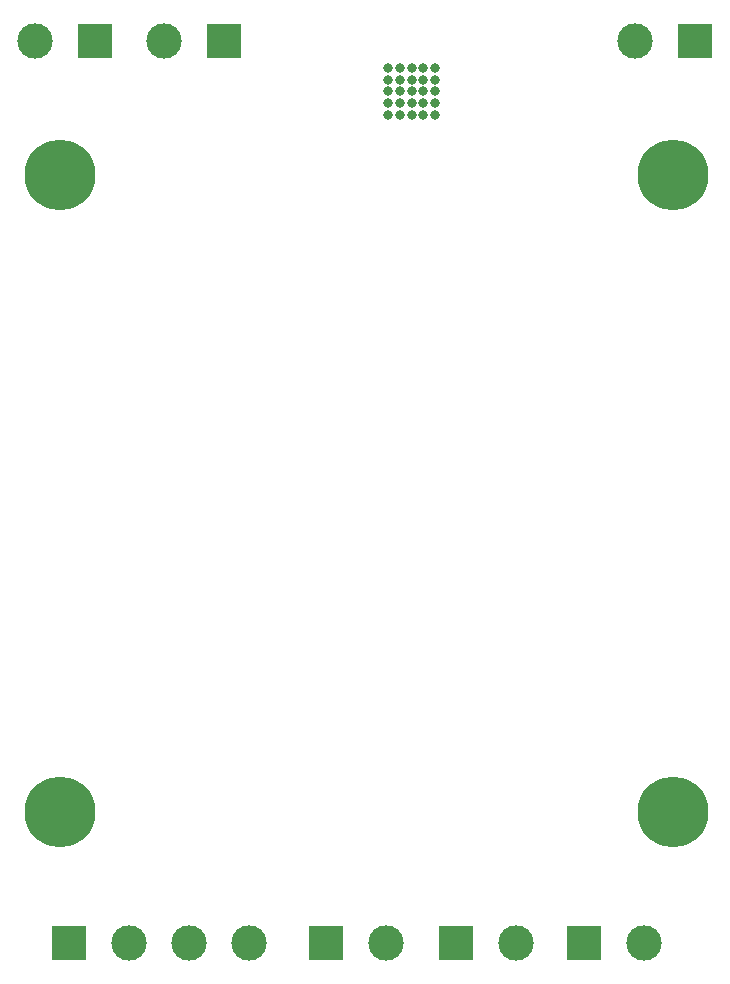
<source format=gbs>
G04 #@! TF.GenerationSoftware,KiCad,Pcbnew,(6.0.1)*
G04 #@! TF.CreationDate,2022-04-27T15:55:03+02:00*
G04 #@! TF.ProjectId,PompController_brian,506f6d70-436f-46e7-9472-6f6c6c65725f,rev?*
G04 #@! TF.SameCoordinates,Original*
G04 #@! TF.FileFunction,Soldermask,Bot*
G04 #@! TF.FilePolarity,Negative*
%FSLAX46Y46*%
G04 Gerber Fmt 4.6, Leading zero omitted, Abs format (unit mm)*
G04 Created by KiCad (PCBNEW (6.0.1)) date 2022-04-27 15:55:03*
%MOMM*%
%LPD*%
G01*
G04 APERTURE LIST*
%ADD10R,3.000000X3.000000*%
%ADD11C,3.000000*%
%ADD12C,0.800000*%
%ADD13C,6.000000*%
G04 APERTURE END LIST*
D10*
X89710000Y-110650000D03*
D11*
X94790000Y-110650000D03*
D12*
X56150000Y-43400000D03*
X54559010Y-47240990D03*
X54559010Y-44059010D03*
X53900000Y-45650000D03*
X57740990Y-44059010D03*
D13*
X56150000Y-45650000D03*
D12*
X58400000Y-45650000D03*
X56150000Y-47900000D03*
X57740990Y-47240990D03*
D10*
X78660000Y-110650000D03*
D11*
X83740000Y-110650000D03*
D10*
X59154000Y-34290000D03*
D11*
X54074000Y-34290000D03*
D10*
X70104000Y-34290000D03*
D11*
X65024000Y-34290000D03*
D12*
X85945000Y-40554000D03*
X83945000Y-40554000D03*
X83945000Y-36554000D03*
X84945000Y-38554000D03*
X84945000Y-37554000D03*
X86945000Y-36554000D03*
X83945000Y-37554000D03*
X86945000Y-38554000D03*
X84945000Y-39554000D03*
X86945000Y-40554000D03*
X87945000Y-39554000D03*
X85945000Y-39554000D03*
X87945000Y-37554000D03*
X83945000Y-39554000D03*
X86945000Y-37554000D03*
X84945000Y-40554000D03*
X87945000Y-36554000D03*
X87945000Y-38554000D03*
X86945000Y-39554000D03*
X84945000Y-36554000D03*
X85945000Y-37554000D03*
X85945000Y-38554000D03*
X83945000Y-38554000D03*
X87945000Y-40554000D03*
X85945000Y-36554000D03*
X110350000Y-99600000D03*
D13*
X108100000Y-99600000D03*
D12*
X109690990Y-98009010D03*
X108100000Y-97350000D03*
X109690990Y-101190990D03*
X108100000Y-101850000D03*
X106509010Y-101190990D03*
X106509010Y-98009010D03*
X105850000Y-99600000D03*
D10*
X56980000Y-110650000D03*
D11*
X62060000Y-110650000D03*
X67140000Y-110650000D03*
X72220000Y-110650000D03*
D12*
X110350000Y-45650000D03*
X109690990Y-47240990D03*
X106509010Y-47240990D03*
X106509010Y-44059010D03*
X109690990Y-44059010D03*
X108100000Y-47900000D03*
X105850000Y-45650000D03*
D13*
X108100000Y-45650000D03*
D12*
X108100000Y-43400000D03*
D10*
X100570000Y-110650000D03*
D11*
X105650000Y-110650000D03*
D10*
X109982000Y-34290000D03*
D11*
X104902000Y-34290000D03*
D12*
X56150000Y-97350000D03*
X56150000Y-101850000D03*
X57740990Y-101190990D03*
D13*
X56150000Y-99600000D03*
D12*
X54559010Y-98009010D03*
X54559010Y-101190990D03*
X53900000Y-99600000D03*
X58400000Y-99600000D03*
X57740990Y-98009010D03*
M02*

</source>
